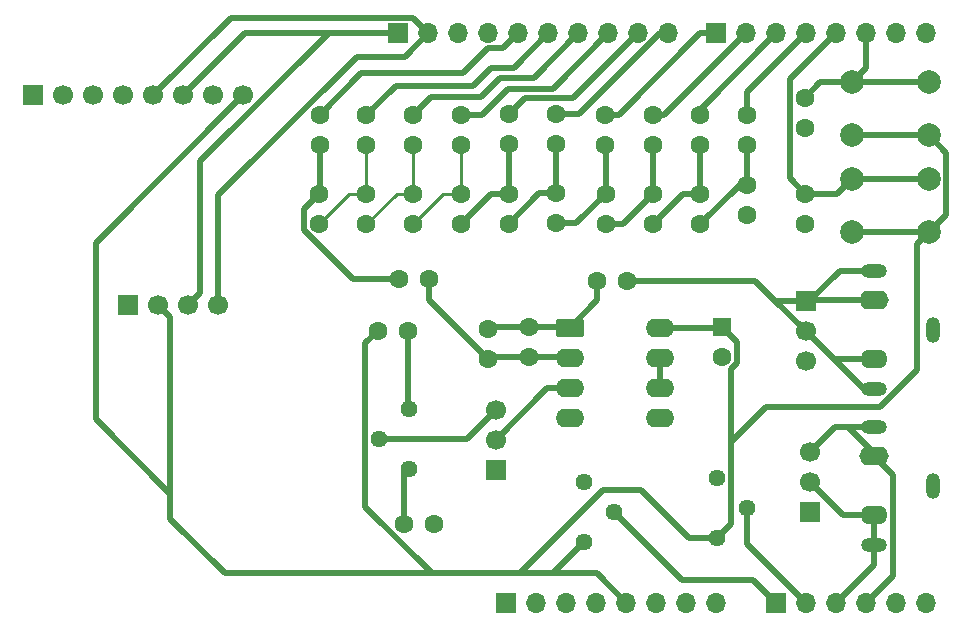
<source format=gbr>
%TF.GenerationSoftware,KiCad,Pcbnew,9.0.2*%
%TF.CreationDate,2026-02-03T17:52:07-07:00*%
%TF.ProjectId,Uno_Shield_DSP_Class_v1,556e6f5f-5368-4696-956c-645f4453505f,rev?*%
%TF.SameCoordinates,Original*%
%TF.FileFunction,Copper,L1,Top*%
%TF.FilePolarity,Positive*%
%FSLAX46Y46*%
G04 Gerber Fmt 4.6, Leading zero omitted, Abs format (unit mm)*
G04 Created by KiCad (PCBNEW 9.0.2) date 2026-02-03 17:52:07*
%MOMM*%
%LPD*%
G01*
G04 APERTURE LIST*
G04 Aperture macros list*
%AMRoundRect*
0 Rectangle with rounded corners*
0 $1 Rounding radius*
0 $2 $3 $4 $5 $6 $7 $8 $9 X,Y pos of 4 corners*
0 Add a 4 corners polygon primitive as box body*
4,1,4,$2,$3,$4,$5,$6,$7,$8,$9,$2,$3,0*
0 Add four circle primitives for the rounded corners*
1,1,$1+$1,$2,$3*
1,1,$1+$1,$4,$5*
1,1,$1+$1,$6,$7*
1,1,$1+$1,$8,$9*
0 Add four rect primitives between the rounded corners*
20,1,$1+$1,$2,$3,$4,$5,0*
20,1,$1+$1,$4,$5,$6,$7,0*
20,1,$1+$1,$6,$7,$8,$9,0*
20,1,$1+$1,$8,$9,$2,$3,0*%
G04 Aperture macros list end*
%TA.AperFunction,ComponentPad*%
%ADD10R,1.700000X1.700000*%
%TD*%
%TA.AperFunction,ComponentPad*%
%ADD11O,1.700000X1.700000*%
%TD*%
%TA.AperFunction,ComponentPad*%
%ADD12C,1.600000*%
%TD*%
%TA.AperFunction,ComponentPad*%
%ADD13C,2.000000*%
%TD*%
%TA.AperFunction,ComponentPad*%
%ADD14C,1.700000*%
%TD*%
%TA.AperFunction,ComponentPad*%
%ADD15O,2.200000X1.200000*%
%TD*%
%TA.AperFunction,ComponentPad*%
%ADD16O,2.300000X1.600000*%
%TD*%
%TA.AperFunction,ComponentPad*%
%ADD17O,1.200000X2.200000*%
%TD*%
%TA.AperFunction,ComponentPad*%
%ADD18O,2.500000X1.600000*%
%TD*%
%TA.AperFunction,ComponentPad*%
%ADD19RoundRect,0.250000X-0.550000X0.550000X-0.550000X-0.550000X0.550000X-0.550000X0.550000X0.550000X0*%
%TD*%
%TA.AperFunction,ComponentPad*%
%ADD20C,1.440000*%
%TD*%
%TA.AperFunction,ComponentPad*%
%ADD21RoundRect,0.250000X-0.950000X-0.550000X0.950000X-0.550000X0.950000X0.550000X-0.950000X0.550000X0*%
%TD*%
%TA.AperFunction,ComponentPad*%
%ADD22O,2.400000X1.600000*%
%TD*%
%TA.AperFunction,Conductor*%
%ADD23C,0.508000*%
%TD*%
%TA.AperFunction,Conductor*%
%ADD24C,0.250000*%
%TD*%
G04 APERTURE END LIST*
D10*
%TO.P,J1,1,Pin_1*%
%TO.N,unconnected-(J1-Pin_1-Pad1)*%
X127940000Y-97460000D03*
D11*
%TO.P,J1,2,Pin_2*%
%TO.N,/IOREF*%
X130480000Y-97460000D03*
%TO.P,J1,3,Pin_3*%
%TO.N,/~{RESET}*%
X133020000Y-97460000D03*
%TO.P,J1,4,Pin_4*%
%TO.N,+3V3*%
X135560000Y-97460000D03*
%TO.P,J1,5,Pin_5*%
%TO.N,+5V*%
X138100000Y-97460000D03*
%TO.P,J1,6,Pin_6*%
%TO.N,GND*%
X140640000Y-97460000D03*
%TO.P,J1,7,Pin_7*%
X143180000Y-97460000D03*
%TO.P,J1,8,Pin_8*%
%TO.N,VCC*%
X145720000Y-97460000D03*
%TD*%
D10*
%TO.P,J3,1,Pin_1*%
%TO.N,/A0*%
X150800000Y-97460000D03*
D11*
%TO.P,J3,2,Pin_2*%
%TO.N,/A1*%
X153340000Y-97460000D03*
%TO.P,J3,3,Pin_3*%
%TO.N,/IN_RIGHT*%
X155880000Y-97460000D03*
%TO.P,J3,4,Pin_4*%
%TO.N,/IN_LEFT*%
X158420000Y-97460000D03*
%TO.P,J3,5,Pin_5*%
%TO.N,/SDA{slash}A4*%
X160960000Y-97460000D03*
%TO.P,J3,6,Pin_6*%
%TO.N,/SCL{slash}A5*%
X163500000Y-97460000D03*
%TD*%
D10*
%TO.P,J2,1,Pin_1*%
%TO.N,/SCL*%
X118796000Y-49200000D03*
D11*
%TO.P,J2,2,Pin_2*%
%TO.N,/SDA*%
X121336000Y-49200000D03*
%TO.P,J2,3,Pin_3*%
%TO.N,/AREF*%
X123876000Y-49200000D03*
%TO.P,J2,4,Pin_4*%
%TO.N,GND*%
X126416000Y-49200000D03*
%TO.P,J2,5,Pin_5*%
%TO.N,/D9*%
X128956000Y-49200000D03*
%TO.P,J2,6,Pin_6*%
%TO.N,/D8*%
X131496000Y-49200000D03*
%TO.P,J2,7,Pin_7*%
%TO.N,/D7*%
X134036000Y-49200000D03*
%TO.P,J2,8,Pin_8*%
%TO.N,/D6*%
X136576000Y-49200000D03*
%TO.P,J2,9,Pin_9*%
%TO.N,/D5*%
X139116000Y-49200000D03*
%TO.P,J2,10,Pin_10*%
%TO.N,/D4*%
X141656000Y-49200000D03*
%TD*%
D10*
%TO.P,J4,1,Pin_1*%
%TO.N,/D3*%
X145720000Y-49200000D03*
D11*
%TO.P,J4,2,Pin_2*%
%TO.N,/D2*%
X148260000Y-49200000D03*
%TO.P,J4,3,Pin_3*%
%TO.N,/D1*%
X150800000Y-49200000D03*
%TO.P,J4,4,Pin_4*%
%TO.N,/D0*%
X153340000Y-49200000D03*
%TO.P,J4,5,Pin_5*%
%TO.N,/BT2*%
X155880000Y-49200000D03*
%TO.P,J4,6,Pin_6*%
%TO.N,/BT1*%
X158420000Y-49200000D03*
%TO.P,J4,7,Pin_7*%
%TO.N,/TX{slash}1*%
X160960000Y-49200000D03*
%TO.P,J4,8,Pin_8*%
%TO.N,/RX{slash}0*%
X163500000Y-49200000D03*
%TD*%
D12*
%TO.P,R9,1*%
%TO.N,Net-(R10-Pad1)*%
X136350000Y-62810000D03*
%TO.P,R9,2*%
%TO.N,Net-(R7-Pad1)*%
X136350000Y-65350000D03*
%TD*%
%TO.P,R13,1*%
%TO.N,Net-(R13-Pad1)*%
X128150000Y-62820000D03*
%TO.P,R13,2*%
%TO.N,Net-(R11-Pad1)*%
X128150000Y-65360000D03*
%TD*%
%TO.P,R14,1*%
%TO.N,Net-(R13-Pad1)*%
X128130000Y-58620000D03*
%TO.P,R14,2*%
%TO.N,/D5*%
X128130000Y-56080000D03*
%TD*%
%TO.P,R18,1*%
%TO.N,Net-(R17-Pad1)*%
X120050000Y-58670000D03*
%TO.P,R18,2*%
%TO.N,/D7*%
X120050000Y-56130000D03*
%TD*%
%TO.P,R4,1*%
%TO.N,Net-(R3-Pad2)*%
X148320000Y-58690000D03*
%TO.P,R4,2*%
%TO.N,/D0*%
X148320000Y-56150000D03*
%TD*%
%TO.P,R15,1*%
%TO.N,Net-(R15-Pad1)*%
X124070000Y-62810000D03*
%TO.P,R15,2*%
%TO.N,Net-(R13-Pad1)*%
X124070000Y-65350000D03*
%TD*%
%TO.P,R19,1*%
%TO.N,Net-(R19-Pad1)*%
X116080000Y-62840000D03*
%TO.P,R19,2*%
%TO.N,Net-(R17-Pad1)*%
X116080000Y-65380000D03*
%TD*%
%TO.P,C2,1*%
%TO.N,Net-(U1A--)*%
X129890000Y-76600000D03*
%TO.P,C2,2*%
%TO.N,Net-(C2-Pad2)*%
X129890000Y-74100000D03*
%TD*%
%TO.P,R7,1*%
%TO.N,Net-(R7-Pad1)*%
X140350000Y-62820000D03*
%TO.P,R7,2*%
%TO.N,Net-(R5-Pad1)*%
X140350000Y-65360000D03*
%TD*%
%TO.P,R21,1*%
%TO.N,Net-(R21-Pad1)*%
X112090000Y-62840000D03*
%TO.P,R21,2*%
%TO.N,Net-(R19-Pad1)*%
X112090000Y-65380000D03*
%TD*%
D13*
%TO.P,SW2,1,1*%
%TO.N,+5V*%
X163710000Y-66050000D03*
X157210000Y-66050000D03*
%TO.P,SW2,2,2*%
%TO.N,/BT2*%
X163710000Y-61550000D03*
X157210000Y-61550000D03*
%TD*%
D12*
%TO.P,R20,1*%
%TO.N,Net-(R19-Pad1)*%
X116090000Y-58670000D03*
%TO.P,R20,2*%
%TO.N,/D8*%
X116090000Y-56130000D03*
%TD*%
%TO.P,R6,1*%
%TO.N,Net-(R5-Pad1)*%
X144310000Y-58680000D03*
%TO.P,R6,2*%
%TO.N,/D1*%
X144310000Y-56140000D03*
%TD*%
D10*
%TO.P,J7,1,Pin_1*%
%TO.N,/AUDIO_OUT*%
X153310000Y-71920000D03*
D14*
%TO.P,J7,2,Pin_2*%
X153310000Y-74460000D03*
%TO.P,J7,3,Pin_3*%
%TO.N,GND*%
X153310000Y-77000000D03*
%TD*%
D12*
%TO.P,R10,1*%
%TO.N,Net-(R10-Pad1)*%
X136270000Y-58650000D03*
%TO.P,R10,2*%
%TO.N,/D3*%
X136270000Y-56110000D03*
%TD*%
D10*
%TO.P,J5,1,Pin_1*%
%TO.N,unconnected-(J5-Pin_1-Pad1)*%
X87877000Y-54475000D03*
D14*
%TO.P,J5,2,Pin_2*%
%TO.N,unconnected-(J5-Pin_2-Pad2)*%
X90417000Y-54475000D03*
%TO.P,J5,3,Pin_3*%
%TO.N,unconnected-(J5-Pin_3-Pad3)*%
X92957000Y-54475000D03*
%TO.P,J5,4,Pin_4*%
%TO.N,unconnected-(J5-Pin_4-Pad4)*%
X95497000Y-54475000D03*
%TO.P,J5,5,Pin_5*%
%TO.N,/SDA*%
X98037000Y-54475000D03*
%TO.P,J5,6,Pin_6*%
%TO.N,/SCL*%
X100577000Y-54475000D03*
%TO.P,J5,7,Pin_7*%
%TO.N,GND*%
X103117000Y-54475000D03*
%TO.P,J5,8,Pin_8*%
%TO.N,+5V*%
X105657000Y-54475000D03*
%TD*%
D12*
%TO.P,R26,1*%
%TO.N,Net-(R26-Pad1)*%
X119260000Y-90790000D03*
%TO.P,R26,2*%
%TO.N,GND*%
X121800000Y-90790000D03*
%TD*%
D15*
%TO.P,J11,R*%
%TO.N,/AUDIO_OUT*%
X159090000Y-79330000D03*
D16*
%TO.P,J11,RN*%
X159090000Y-76830000D03*
D17*
%TO.P,J11,S*%
%TO.N,GND*%
X164090000Y-74330000D03*
D15*
%TO.P,J11,T*%
%TO.N,/AUDIO_OUT*%
X159090000Y-69330000D03*
D18*
%TO.P,J11,TN*%
X159090000Y-71830000D03*
%TD*%
D12*
%TO.P,R5,1*%
%TO.N,Net-(R5-Pad1)*%
X144370000Y-62850000D03*
%TO.P,R5,2*%
%TO.N,Net-(R3-Pad2)*%
X144370000Y-65390000D03*
%TD*%
D19*
%TO.P,C1,1*%
%TO.N,+5V*%
X146210000Y-74107620D03*
D12*
%TO.P,C1,2*%
%TO.N,GND*%
X146210000Y-76607620D03*
%TD*%
%TO.P,R24,1*%
%TO.N,Net-(C2-Pad2)*%
X126360000Y-74240000D03*
%TO.P,R24,2*%
%TO.N,Net-(U1A--)*%
X126360000Y-76780000D03*
%TD*%
%TO.P,R12,1*%
%TO.N,Net-(R11-Pad1)*%
X132180000Y-58620000D03*
%TO.P,R12,2*%
%TO.N,/D4*%
X132180000Y-56080000D03*
%TD*%
D13*
%TO.P,SW1,1,1*%
%TO.N,+5V*%
X163710000Y-57870000D03*
X157210000Y-57870000D03*
%TO.P,SW1,2,2*%
%TO.N,/BT1*%
X163710000Y-53370000D03*
X157210000Y-53370000D03*
%TD*%
D12*
%TO.P,R11,1*%
%TO.N,Net-(R11-Pad1)*%
X132180000Y-62770000D03*
%TO.P,R11,2*%
%TO.N,Net-(R10-Pad1)*%
X132180000Y-65310000D03*
%TD*%
%TO.P,R22,1*%
%TO.N,Net-(R21-Pad1)*%
X112130000Y-58650000D03*
%TO.P,R22,2*%
%TO.N,/D9*%
X112130000Y-56110000D03*
%TD*%
D10*
%TO.P,J12,1,Pin_1*%
%TO.N,GND*%
X153620000Y-89780000D03*
D14*
%TO.P,J12,2,Pin_2*%
%TO.N,/IN_RIGHT*%
X153620000Y-87240000D03*
%TO.P,J12,3,Pin_3*%
%TO.N,/IN_LEFT*%
X153620000Y-84700000D03*
%TD*%
D12*
%TO.P,R1,1*%
%TO.N,/BT1*%
X153220000Y-54670000D03*
%TO.P,R1,2*%
%TO.N,GND*%
X153220000Y-57210000D03*
%TD*%
%TO.P,R27,1*%
%TO.N,/AUDIO_OUT*%
X138180000Y-70180000D03*
%TO.P,R27,2*%
%TO.N,Net-(C2-Pad2)*%
X135640000Y-70180000D03*
%TD*%
%TO.P,R17,1*%
%TO.N,Net-(R17-Pad1)*%
X120030000Y-62800000D03*
%TO.P,R17,2*%
%TO.N,Net-(R15-Pad1)*%
X120030000Y-65340000D03*
%TD*%
%TO.P,R25,1*%
%TO.N,+5V*%
X117047000Y-74400000D03*
%TO.P,R25,2*%
%TO.N,Net-(R25-Pad2)*%
X119587000Y-74400000D03*
%TD*%
%TO.P,R16,1*%
%TO.N,Net-(R15-Pad1)*%
X124070000Y-58650000D03*
%TO.P,R16,2*%
%TO.N,/D6*%
X124070000Y-56110000D03*
%TD*%
D20*
%TO.P,RV1,1,1*%
%TO.N,+5V*%
X134522000Y-92290000D03*
%TO.P,RV1,2,2*%
%TO.N,/A0*%
X137062000Y-89750000D03*
%TO.P,RV1,3,3*%
%TO.N,GND*%
X134522000Y-87210000D03*
%TD*%
D12*
%TO.P,R2,1*%
%TO.N,/BT2*%
X153260000Y-62810000D03*
%TO.P,R2,2*%
%TO.N,GND*%
X153260000Y-65350000D03*
%TD*%
D21*
%TO.P,U1,1*%
%TO.N,Net-(C2-Pad2)*%
X133300000Y-74170000D03*
D22*
%TO.P,U1,2,-*%
%TO.N,Net-(U1A--)*%
X133300000Y-76710000D03*
%TO.P,U1,3,+*%
%TO.N,Net-(J9-Pin_2)*%
X133300000Y-79250000D03*
%TO.P,U1,4,V-*%
%TO.N,GND*%
X133300000Y-81790000D03*
%TO.P,U1,5,+*%
X140920000Y-81790000D03*
%TO.P,U1,6,-*%
%TO.N,Net-(U1B--)*%
X140920000Y-79250000D03*
%TO.P,U1,7*%
X140920000Y-76710000D03*
%TO.P,U1,8,V+*%
%TO.N,+5V*%
X140920000Y-74170000D03*
%TD*%
D10*
%TO.P,J9,1,Pin_1*%
%TO.N,GND*%
X127040000Y-86170000D03*
D14*
%TO.P,J9,2,Pin_2*%
%TO.N,Net-(J9-Pin_2)*%
X127040000Y-83630000D03*
%TO.P,J9,3,Pin_3*%
%TO.N,Net-(J9-Pin_3)*%
X127040000Y-81090000D03*
%TD*%
D12*
%TO.P,R3,1*%
%TO.N,GND*%
X148340000Y-64610000D03*
%TO.P,R3,2*%
%TO.N,Net-(R3-Pad2)*%
X148340000Y-62070000D03*
%TD*%
D15*
%TO.P,J10,R*%
%TO.N,/IN_RIGHT*%
X159090000Y-92540000D03*
D16*
%TO.P,J10,RN*%
X159090000Y-90040000D03*
D17*
%TO.P,J10,S*%
%TO.N,GND*%
X164090000Y-87540000D03*
D15*
%TO.P,J10,T*%
%TO.N,/IN_LEFT*%
X159090000Y-82540000D03*
D18*
%TO.P,J10,TN*%
X159090000Y-85040000D03*
%TD*%
D20*
%TO.P,RV3,1,1*%
%TO.N,Net-(R25-Pad2)*%
X119705000Y-81000000D03*
%TO.P,RV3,2,2*%
%TO.N,Net-(J9-Pin_3)*%
X117165000Y-83540000D03*
%TO.P,RV3,3,3*%
%TO.N,Net-(R26-Pad1)*%
X119705000Y-86080000D03*
%TD*%
%TO.P,RV2,1,1*%
%TO.N,+5V*%
X145810000Y-91950000D03*
%TO.P,RV2,2,2*%
%TO.N,/A1*%
X148350000Y-89410000D03*
%TO.P,RV2,3,3*%
%TO.N,GND*%
X145810000Y-86870000D03*
%TD*%
D12*
%TO.P,R8,1*%
%TO.N,Net-(R7-Pad1)*%
X140370000Y-58690000D03*
%TO.P,R8,2*%
%TO.N,/D2*%
X140370000Y-56150000D03*
%TD*%
D10*
%TO.P,J6,1,Pin_1*%
%TO.N,GND*%
X95900000Y-72240000D03*
D14*
%TO.P,J6,2,Pin_2*%
%TO.N,+5V*%
X98440000Y-72240000D03*
%TO.P,J6,3,Pin_3*%
%TO.N,/SCL*%
X100980000Y-72240000D03*
%TO.P,J6,4,Pin_4*%
%TO.N,/SDA*%
X103520000Y-72240000D03*
%TD*%
D12*
%TO.P,R23,1*%
%TO.N,Net-(U1A--)*%
X121370000Y-70040000D03*
%TO.P,R23,2*%
%TO.N,Net-(R21-Pad1)*%
X118830000Y-70040000D03*
%TD*%
D23*
%TO.N,+5V*%
X143387000Y-91950000D02*
X145810000Y-91950000D01*
X129087000Y-94950000D02*
X136162000Y-87875000D01*
X139312000Y-87875000D02*
X143387000Y-91950000D01*
X129087000Y-94950000D02*
X131537000Y-94950000D01*
X136162000Y-87875000D02*
X139312000Y-87875000D01*
X105657000Y-54475000D02*
X93162000Y-66970000D01*
X146985000Y-77607459D02*
X147465000Y-77127459D01*
X135590000Y-94950000D02*
X138100000Y-97460000D01*
X147465000Y-75362620D02*
X146210000Y-74107620D01*
X146147620Y-74170000D02*
X146210000Y-74107620D01*
X162710000Y-77701995D02*
X162710000Y-67050000D01*
X157210000Y-57870000D02*
X163710000Y-57870000D01*
X146985000Y-90775000D02*
X146985000Y-83850000D01*
X134522000Y-92290000D02*
X131862000Y-94950000D01*
X146985000Y-83850000D02*
X146985000Y-77607459D01*
X157210000Y-66050000D02*
X163710000Y-66050000D01*
X159536995Y-80875000D02*
X162710000Y-77701995D01*
X99487000Y-88200000D02*
X99487000Y-88850000D01*
X149960000Y-80875000D02*
X159536995Y-80875000D01*
X117047000Y-74400000D02*
X115990000Y-75457000D01*
X145810000Y-91950000D02*
X146985000Y-90775000D01*
X99487000Y-73287000D02*
X98440000Y-72240000D01*
X131537000Y-94950000D02*
X135590000Y-94950000D01*
X121645161Y-94950000D02*
X129087000Y-94950000D01*
X93162000Y-81875000D02*
X99487000Y-88200000D01*
X121645161Y-94950000D02*
X104087000Y-94950000D01*
X115990000Y-89294839D02*
X121645161Y-94950000D01*
X131862000Y-94950000D02*
X131537000Y-94950000D01*
X140920000Y-74170000D02*
X146147620Y-74170000D01*
X165165000Y-59325000D02*
X165165000Y-64595000D01*
X163710000Y-57870000D02*
X165165000Y-59325000D01*
X99487000Y-88850000D02*
X99487000Y-73287000D01*
X104087000Y-94950000D02*
X99487000Y-90350000D01*
X162710000Y-67050000D02*
X163710000Y-66050000D01*
X115990000Y-75457000D02*
X115990000Y-89294839D01*
X93162000Y-66970000D02*
X93162000Y-81875000D01*
X165165000Y-64595000D02*
X163710000Y-66050000D01*
X147465000Y-77127459D02*
X147465000Y-75362620D01*
X99487000Y-90350000D02*
X99487000Y-88850000D01*
X146985000Y-83850000D02*
X149960000Y-80875000D01*
%TO.N,/A0*%
X142792000Y-95480000D02*
X148820000Y-95480000D01*
X137062000Y-89750000D02*
X142792000Y-95480000D01*
X148820000Y-95480000D02*
X150800000Y-97460000D01*
%TO.N,/A1*%
X148350000Y-92470000D02*
X153340000Y-97460000D01*
X148350000Y-89410000D02*
X148350000Y-92470000D01*
%TO.N,/SCL*%
X112887000Y-49200000D02*
X102012000Y-60075000D01*
X102012000Y-60075000D02*
X102012000Y-71208000D01*
X118796000Y-49200000D02*
X112887000Y-49200000D01*
X105852000Y-49200000D02*
X100577000Y-54475000D01*
X102012000Y-71208000D02*
X100980000Y-72240000D01*
X118796000Y-49200000D02*
X105852000Y-49200000D01*
%TO.N,/SDA*%
X120031000Y-47895000D02*
X104617000Y-47895000D01*
X121336000Y-49200000D02*
X120031000Y-47895000D01*
X104617000Y-47895000D02*
X98037000Y-54475000D01*
X121336000Y-49200000D02*
X119336000Y-51200000D01*
X103520000Y-62945161D02*
X103520000Y-72240000D01*
X119336000Y-51200000D02*
X115265161Y-51200000D01*
X115265161Y-51200000D02*
X103520000Y-62945161D01*
%TO.N,Net-(U1B--)*%
X140920000Y-79250000D02*
X140920000Y-76710000D01*
%TO.N,Net-(R26-Pad1)*%
X119260000Y-86525000D02*
X119705000Y-86080000D01*
X119260000Y-90790000D02*
X119260000Y-86525000D01*
%TO.N,Net-(R25-Pad2)*%
X119587000Y-80882000D02*
X119705000Y-81000000D01*
X119587000Y-74400000D02*
X119587000Y-80882000D01*
%TO.N,Net-(R21-Pad1)*%
X114975161Y-70040000D02*
X118830000Y-70040000D01*
X112130000Y-62800000D02*
X112090000Y-62840000D01*
X110835000Y-64095000D02*
X110835000Y-65899839D01*
X110835000Y-65899839D02*
X114975161Y-70040000D01*
X112090000Y-62840000D02*
X110835000Y-64095000D01*
X112130000Y-58650000D02*
X112130000Y-62800000D01*
%TO.N,/BT1*%
X157210000Y-53370000D02*
X154520000Y-53370000D01*
X163710000Y-53370000D02*
X157210000Y-53370000D01*
X154520000Y-53370000D02*
X153220000Y-54670000D01*
X158420000Y-49200000D02*
X158420000Y-52160000D01*
X158420000Y-52160000D02*
X157210000Y-53370000D01*
%TO.N,/BT2*%
X153260000Y-62810000D02*
X155950000Y-62810000D01*
X163710000Y-61550000D02*
X157210000Y-61550000D01*
X151965000Y-53115000D02*
X151965000Y-61515000D01*
X151965000Y-61515000D02*
X153260000Y-62810000D01*
X155950000Y-62810000D02*
X157210000Y-61550000D01*
X155880000Y-49200000D02*
X151965000Y-53115000D01*
D24*
%TO.N,Net-(R19-Pad1)*%
X114630000Y-62840000D02*
X112090000Y-65380000D01*
X116080000Y-58680000D02*
X116090000Y-58670000D01*
X116080000Y-62840000D02*
X114630000Y-62840000D01*
X116080000Y-62840000D02*
X116080000Y-58680000D01*
%TO.N,Net-(R17-Pad1)*%
X120030000Y-58690000D02*
X120050000Y-58670000D01*
X120030000Y-62800000D02*
X118660000Y-62800000D01*
X118660000Y-62800000D02*
X116080000Y-65380000D01*
X120030000Y-62800000D02*
X120030000Y-58690000D01*
D23*
%TO.N,/D7*%
X134036000Y-49200000D02*
X130261000Y-52975000D01*
X121555000Y-54625000D02*
X120050000Y-56130000D01*
X127412000Y-52975000D02*
X125762000Y-54625000D01*
X130261000Y-52975000D02*
X127412000Y-52975000D01*
X125762000Y-54625000D02*
X121555000Y-54625000D01*
%TO.N,/D8*%
X131496000Y-49200000D02*
X128571000Y-52125000D01*
X126612000Y-52125000D02*
X125087000Y-53650000D01*
X128571000Y-52125000D02*
X126612000Y-52125000D01*
X118570000Y-53650000D02*
X116090000Y-56130000D01*
X125087000Y-53650000D02*
X118570000Y-53650000D01*
%TO.N,/D9*%
X124262000Y-52625000D02*
X115615000Y-52625000D01*
X115615000Y-52625000D02*
X112130000Y-56110000D01*
X127651000Y-50505000D02*
X126382000Y-50505000D01*
X128956000Y-49200000D02*
X127651000Y-50505000D01*
X126382000Y-50505000D02*
X124262000Y-52625000D01*
%TO.N,/D6*%
X136576000Y-49200000D02*
X131876000Y-53900000D01*
X131876000Y-53900000D02*
X128087000Y-53900000D01*
X125877000Y-56110000D02*
X124070000Y-56110000D01*
X128087000Y-53900000D02*
X125877000Y-56110000D01*
%TO.N,/D4*%
X134107000Y-56080000D02*
X132180000Y-56080000D01*
X141656000Y-49200000D02*
X140987000Y-49200000D01*
X140987000Y-49200000D02*
X134107000Y-56080000D01*
%TO.N,/D5*%
X139116000Y-49200000D02*
X133591000Y-54725000D01*
X129485000Y-54725000D02*
X128130000Y-56080000D01*
X133591000Y-54725000D02*
X129485000Y-54725000D01*
%TO.N,/IN_RIGHT*%
X155880000Y-97460000D02*
X159090000Y-94250000D01*
X159090000Y-90040000D02*
X159090000Y-92540000D01*
X156420000Y-90040000D02*
X159090000Y-90040000D01*
X159090000Y-94250000D02*
X159090000Y-92540000D01*
X153620000Y-87240000D02*
X156420000Y-90040000D01*
%TO.N,/IN_LEFT*%
X160695000Y-95185000D02*
X160695000Y-86645000D01*
X160695000Y-86645000D02*
X159090000Y-85040000D01*
X159090000Y-84743000D02*
X156887000Y-82540000D01*
X158420000Y-97460000D02*
X160695000Y-95185000D01*
X159090000Y-85040000D02*
X159090000Y-84743000D01*
X156887000Y-82540000D02*
X159090000Y-82540000D01*
X153620000Y-84700000D02*
X155780000Y-82540000D01*
X155780000Y-82540000D02*
X156887000Y-82540000D01*
%TO.N,/D3*%
X137452000Y-56110000D02*
X136270000Y-56110000D01*
X144362000Y-49200000D02*
X137452000Y-56110000D01*
X145720000Y-49200000D02*
X144362000Y-49200000D01*
%TO.N,/D2*%
X148260000Y-49200000D02*
X141310000Y-56150000D01*
X141310000Y-56150000D02*
X140370000Y-56150000D01*
%TO.N,/D0*%
X148320000Y-54220000D02*
X148320000Y-56150000D01*
X153340000Y-49200000D02*
X148320000Y-54220000D01*
%TO.N,/D1*%
X150800000Y-49200000D02*
X144310000Y-55690000D01*
X144310000Y-55690000D02*
X144310000Y-56140000D01*
D24*
%TO.N,Net-(R15-Pad1)*%
X124070000Y-62810000D02*
X124070000Y-58650000D01*
X122560000Y-62810000D02*
X120030000Y-65340000D01*
X124070000Y-62810000D02*
X122560000Y-62810000D01*
D23*
%TO.N,Net-(R13-Pad1)*%
X128150000Y-58640000D02*
X128130000Y-58620000D01*
X128150000Y-62820000D02*
X126600000Y-62820000D01*
X128150000Y-62820000D02*
X128150000Y-58640000D01*
X126600000Y-62820000D02*
X124070000Y-65350000D01*
%TO.N,Net-(R11-Pad1)*%
X132180000Y-62770000D02*
X130740000Y-62770000D01*
X132180000Y-62770000D02*
X132180000Y-58620000D01*
X130740000Y-62770000D02*
X128150000Y-65360000D01*
%TO.N,Net-(R10-Pad1)*%
X132180000Y-65310000D02*
X133850000Y-65310000D01*
X136350000Y-58730000D02*
X136270000Y-58650000D01*
X133850000Y-65310000D02*
X136350000Y-62810000D01*
X136350000Y-62810000D02*
X136350000Y-58730000D01*
%TO.N,Net-(R7-Pad1)*%
X140350000Y-58710000D02*
X140370000Y-58690000D01*
X137820000Y-65350000D02*
X140350000Y-62820000D01*
X136350000Y-65350000D02*
X137820000Y-65350000D01*
X140350000Y-62820000D02*
X140350000Y-58710000D01*
%TO.N,Net-(R5-Pad1)*%
X144310000Y-58680000D02*
X144310000Y-62790000D01*
X142860000Y-62850000D02*
X140350000Y-65360000D01*
X144370000Y-62850000D02*
X142860000Y-62850000D01*
X144310000Y-62790000D02*
X144370000Y-62850000D01*
%TO.N,Net-(R3-Pad2)*%
X147690000Y-62070000D02*
X148340000Y-62070000D01*
X148320000Y-62050000D02*
X148340000Y-62070000D01*
X148320000Y-58690000D02*
X148320000Y-62050000D01*
X144370000Y-65390000D02*
X147690000Y-62070000D01*
%TO.N,Net-(J9-Pin_2)*%
X127040000Y-83630000D02*
X131420000Y-79250000D01*
X131420000Y-79250000D02*
X133300000Y-79250000D01*
%TO.N,Net-(J9-Pin_3)*%
X124590000Y-83540000D02*
X127040000Y-81090000D01*
X117165000Y-83540000D02*
X124590000Y-83540000D01*
%TO.N,/AUDIO_OUT*%
X158180000Y-79330000D02*
X159090000Y-79330000D01*
X159090000Y-71830000D02*
X153400000Y-71830000D01*
X153310000Y-74460000D02*
X155668500Y-76818500D01*
X149030000Y-70180000D02*
X150381000Y-71531000D01*
X159090000Y-76830000D02*
X155680000Y-76830000D01*
X153310000Y-71920000D02*
X153557000Y-71920000D01*
X153310000Y-71920000D02*
X150770000Y-71920000D01*
X155680000Y-76830000D02*
X155668500Y-76818500D01*
X153557000Y-71920000D02*
X156147000Y-69330000D01*
X153400000Y-71830000D02*
X153310000Y-71920000D01*
X150381000Y-71531000D02*
X153310000Y-74460000D01*
X155668500Y-76818500D02*
X158180000Y-79330000D01*
X138180000Y-70180000D02*
X149030000Y-70180000D01*
X156147000Y-69330000D02*
X159090000Y-69330000D01*
X150770000Y-71920000D02*
X150381000Y-71531000D01*
%TO.N,Net-(U1A--)*%
X129890000Y-76600000D02*
X133190000Y-76600000D01*
X126540000Y-76600000D02*
X126360000Y-76780000D01*
X133190000Y-76600000D02*
X133300000Y-76710000D01*
X129890000Y-76600000D02*
X126540000Y-76600000D01*
X121370000Y-70040000D02*
X121370000Y-71790000D01*
X121370000Y-71790000D02*
X126360000Y-76780000D01*
%TO.N,Net-(C2-Pad2)*%
X135640000Y-70180000D02*
X135640000Y-71830000D01*
X129890000Y-74100000D02*
X126500000Y-74100000D01*
X129890000Y-74100000D02*
X133230000Y-74100000D01*
X126500000Y-74100000D02*
X126360000Y-74240000D01*
X135640000Y-71830000D02*
X133300000Y-74170000D01*
X133230000Y-74100000D02*
X133300000Y-74170000D01*
%TD*%
M02*

</source>
